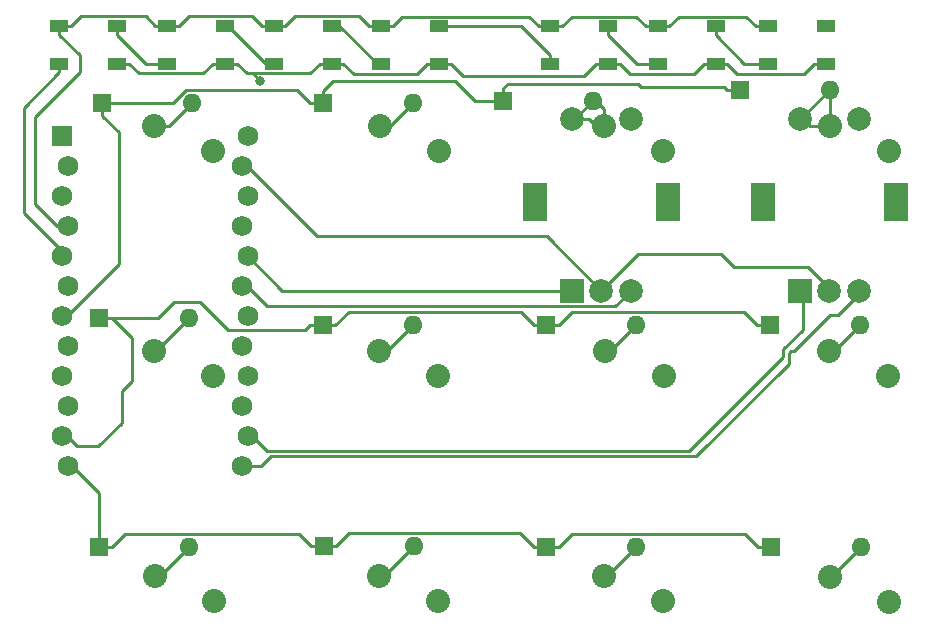
<source format=gbr>
G04 #@! TF.GenerationSoftware,KiCad,Pcbnew,(5.0.2)-1*
G04 #@! TF.CreationDate,2019-03-06T02:08:12-05:00*
G04 #@! TF.ProjectId,4x5macro,3478356d-6163-4726-9f2e-6b696361645f,rev?*
G04 #@! TF.SameCoordinates,Original*
G04 #@! TF.FileFunction,Copper,L1,Top*
G04 #@! TF.FilePolarity,Positive*
%FSLAX46Y46*%
G04 Gerber Fmt 4.6, Leading zero omitted, Abs format (unit mm)*
G04 Created by KiCad (PCBNEW (5.0.2)-1) date 3/6/2019 2:08:12 AM*
%MOMM*%
%LPD*%
G01*
G04 APERTURE LIST*
G04 #@! TA.AperFunction,ComponentPad*
%ADD10C,2.032000*%
G04 #@! TD*
G04 #@! TA.AperFunction,ComponentPad*
%ADD11R,2.000000X2.000000*%
G04 #@! TD*
G04 #@! TA.AperFunction,ComponentPad*
%ADD12C,2.000000*%
G04 #@! TD*
G04 #@! TA.AperFunction,ComponentPad*
%ADD13R,2.000000X3.200000*%
G04 #@! TD*
G04 #@! TA.AperFunction,SMDPad,CuDef*
%ADD14R,1.500000X1.000000*%
G04 #@! TD*
G04 #@! TA.AperFunction,ComponentPad*
%ADD15C,1.752600*%
G04 #@! TD*
G04 #@! TA.AperFunction,ComponentPad*
%ADD16R,1.752600X1.752600*%
G04 #@! TD*
G04 #@! TA.AperFunction,ComponentPad*
%ADD17R,1.600000X1.600000*%
G04 #@! TD*
G04 #@! TA.AperFunction,ComponentPad*
%ADD18O,1.600000X1.600000*%
G04 #@! TD*
G04 #@! TA.AperFunction,ViaPad*
%ADD19C,0.800000*%
G04 #@! TD*
G04 #@! TA.AperFunction,Conductor*
%ADD20C,0.250000*%
G04 #@! TD*
G04 APERTURE END LIST*
D10*
G04 #@! TO.P,SW7,1*
G04 #@! TO.N,Net-(D6-Pad2)*
X58610500Y-66109000D03*
G04 #@! TO.P,SW7,2*
G04 #@! TO.N,Net-(SW5-Pad2)*
X63610500Y-68209000D03*
G04 #@! TD*
D11*
G04 #@! TO.P,SW1,A*
G04 #@! TO.N,Net-(SW1-PadA)*
X74930000Y-41910000D03*
D12*
G04 #@! TO.P,SW1,C*
G04 #@! TO.N,Net-(SW1-PadC)*
X77430000Y-41910000D03*
G04 #@! TO.P,SW1,B*
G04 #@! TO.N,Net-(SW1-PadB)*
X79930000Y-41910000D03*
D13*
G04 #@! TO.P,SW1,MP*
G04 #@! TO.N,N/C*
X71830000Y-34410000D03*
X83030000Y-34410000D03*
D12*
G04 #@! TO.P,SW1,S2*
G04 #@! TO.N,Net-(D7-Pad2)*
X74930000Y-27410000D03*
G04 #@! TO.P,SW1,S1*
G04 #@! TO.N,Net-(SW1-PadS1)*
X79930000Y-27410000D03*
G04 #@! TD*
D14*
G04 #@! TO.P,D14,1*
G04 #@! TO.N,Net-(D13-Pad1)*
X45566500Y-22682000D03*
G04 #@! TO.P,D14,2*
G04 #@! TO.N,Net-(D14-Pad2)*
X45566500Y-19482000D03*
G04 #@! TO.P,D14,4*
G04 #@! TO.N,Net-(D13-Pad2)*
X40666500Y-22682000D03*
G04 #@! TO.P,D14,3*
G04 #@! TO.N,Net-(D13-Pad3)*
X40666500Y-19482000D03*
G04 #@! TD*
D10*
G04 #@! TO.P,SW9,1*
G04 #@! TO.N,Net-(D8-Pad2)*
X77724000Y-47059000D03*
G04 #@! TO.P,SW9,2*
G04 #@! TO.N,Net-(SW1-PadS1)*
X82724000Y-49159000D03*
G04 #@! TD*
D11*
G04 #@! TO.P,SW14,A*
G04 #@! TO.N,Net-(SW14-PadA)*
X94234000Y-41910000D03*
D12*
G04 #@! TO.P,SW14,C*
G04 #@! TO.N,Net-(SW1-PadC)*
X96734000Y-41910000D03*
G04 #@! TO.P,SW14,B*
G04 #@! TO.N,Net-(SW14-PadB)*
X99234000Y-41910000D03*
D13*
G04 #@! TO.P,SW14,MP*
G04 #@! TO.N,N/C*
X91134000Y-34410000D03*
X102334000Y-34410000D03*
D12*
G04 #@! TO.P,SW14,S2*
G04 #@! TO.N,Net-(D10-Pad2)*
X94234000Y-27410000D03*
G04 #@! TO.P,SW14,S1*
G04 #@! TO.N,Net-(SW11-Pad2)*
X99234000Y-27410000D03*
G04 #@! TD*
D15*
G04 #@! TO.P,U1,24*
G04 #@! TO.N,Net-(U1-Pad24)*
X47472600Y-28829000D03*
G04 #@! TO.P,U1,12*
G04 #@! TO.N,Net-(D12-Pad1)*
X32232600Y-56769000D03*
G04 #@! TO.P,U1,23*
G04 #@! TO.N,Net-(SW1-PadC)*
X47015400Y-31369000D03*
G04 #@! TO.P,U1,22*
G04 #@! TO.N,Net-(U1-Pad22)*
X47472600Y-33909000D03*
G04 #@! TO.P,U1,21*
G04 #@! TO.N,Net-(D13-Pad1)*
X47015400Y-36449000D03*
G04 #@! TO.P,U1,20*
G04 #@! TO.N,Net-(SW1-PadA)*
X47472600Y-38989000D03*
G04 #@! TO.P,U1,19*
G04 #@! TO.N,Net-(SW1-PadB)*
X47015400Y-41529000D03*
G04 #@! TO.P,U1,18*
G04 #@! TO.N,Net-(SW11-Pad2)*
X47472600Y-44069000D03*
G04 #@! TO.P,U1,17*
G04 #@! TO.N,Net-(SW1-PadS1)*
X47015400Y-46609000D03*
G04 #@! TO.P,U1,16*
G04 #@! TO.N,Net-(SW5-Pad2)*
X47472600Y-49149000D03*
G04 #@! TO.P,U1,15*
G04 #@! TO.N,Net-(SW2-Pad2)*
X47015400Y-51689000D03*
G04 #@! TO.P,U1,14*
G04 #@! TO.N,Net-(SW14-PadA)*
X47472600Y-54229000D03*
G04 #@! TO.P,U1,13*
G04 #@! TO.N,Net-(SW14-PadB)*
X47015400Y-56769000D03*
G04 #@! TO.P,U1,11*
G04 #@! TO.N,Net-(D11-Pad1)*
X31775400Y-54229000D03*
G04 #@! TO.P,U1,10*
G04 #@! TO.N,Net-(U1-Pad10)*
X32232600Y-51689000D03*
G04 #@! TO.P,U1,9*
G04 #@! TO.N,Net-(U1-Pad9)*
X31775400Y-49149000D03*
G04 #@! TO.P,U1,8*
G04 #@! TO.N,Net-(U1-Pad8)*
X32232600Y-46609000D03*
G04 #@! TO.P,U1,7*
G04 #@! TO.N,Net-(D1-Pad1)*
X31775400Y-44069000D03*
G04 #@! TO.P,U1,6*
G04 #@! TO.N,Net-(U1-Pad6)*
X32232600Y-41529000D03*
G04 #@! TO.P,U1,5*
G04 #@! TO.N,Net-(D13-Pad4)*
X31775400Y-38989000D03*
G04 #@! TO.P,U1,4*
G04 #@! TO.N,Net-(D13-Pad3)*
X32232600Y-36449000D03*
G04 #@! TO.P,U1,3*
G04 #@! TO.N,Net-(U1-Pad3)*
X31775400Y-33909000D03*
G04 #@! TO.P,U1,2*
G04 #@! TO.N,Net-(U1-Pad2)*
X32232600Y-31369000D03*
D16*
G04 #@! TO.P,U1,1*
G04 #@! TO.N,Net-(U1-Pad1)*
X31775400Y-28829000D03*
G04 #@! TD*
D10*
G04 #@! TO.P,SW4,1*
G04 #@! TO.N,Net-(D3-Pad2)*
X39624000Y-66109000D03*
G04 #@! TO.P,SW4,2*
G04 #@! TO.N,Net-(SW2-Pad2)*
X44624000Y-68209000D03*
G04 #@! TD*
G04 #@! TO.P,SW6,1*
G04 #@! TO.N,Net-(D5-Pad2)*
X58610500Y-47059000D03*
G04 #@! TO.P,SW6,2*
G04 #@! TO.N,Net-(SW5-Pad2)*
X63610500Y-49159000D03*
G04 #@! TD*
D17*
G04 #@! TO.P,D11,1*
G04 #@! TO.N,Net-(D11-Pad1)*
X91694000Y-44831000D03*
D18*
G04 #@! TO.P,D11,2*
G04 #@! TO.N,Net-(D11-Pad2)*
X99314000Y-44831000D03*
G04 #@! TD*
D10*
G04 #@! TO.P,SW11,1*
G04 #@! TO.N,Net-(D10-Pad2)*
X96774000Y-28009000D03*
G04 #@! TO.P,SW11,2*
G04 #@! TO.N,Net-(SW11-Pad2)*
X101774000Y-30109000D03*
G04 #@! TD*
G04 #@! TO.P,SW3,1*
G04 #@! TO.N,Net-(D2-Pad2)*
X39560500Y-47059000D03*
G04 #@! TO.P,SW3,2*
G04 #@! TO.N,Net-(SW2-Pad2)*
X44560500Y-49159000D03*
G04 #@! TD*
G04 #@! TO.P,SW2,1*
G04 #@! TO.N,Net-(D1-Pad2)*
X39560500Y-28009000D03*
G04 #@! TO.P,SW2,2*
G04 #@! TO.N,Net-(SW2-Pad2)*
X44560500Y-30109000D03*
G04 #@! TD*
G04 #@! TO.P,SW5,1*
G04 #@! TO.N,Net-(D4-Pad2)*
X58674000Y-28009000D03*
G04 #@! TO.P,SW5,2*
G04 #@! TO.N,Net-(SW5-Pad2)*
X63674000Y-30109000D03*
G04 #@! TD*
G04 #@! TO.P,SW8,1*
G04 #@! TO.N,Net-(D7-Pad2)*
X77660500Y-28009000D03*
G04 #@! TO.P,SW8,2*
G04 #@! TO.N,Net-(SW1-PadS1)*
X82660500Y-30109000D03*
G04 #@! TD*
G04 #@! TO.P,SW10,1*
G04 #@! TO.N,Net-(D9-Pad2)*
X77660500Y-66109000D03*
G04 #@! TO.P,SW10,2*
G04 #@! TO.N,Net-(SW1-PadS1)*
X82660500Y-68209000D03*
G04 #@! TD*
G04 #@! TO.P,SW12,1*
G04 #@! TO.N,Net-(D11-Pad2)*
X96710500Y-47059000D03*
G04 #@! TO.P,SW12,2*
G04 #@! TO.N,Net-(SW11-Pad2)*
X101710500Y-49159000D03*
G04 #@! TD*
G04 #@! TO.P,SW13,1*
G04 #@! TO.N,Net-(D12-Pad2)*
X96774000Y-66172500D03*
G04 #@! TO.P,SW13,2*
G04 #@! TO.N,Net-(SW11-Pad2)*
X101774000Y-68272500D03*
G04 #@! TD*
D17*
G04 #@! TO.P,D1,1*
G04 #@! TO.N,Net-(D1-Pad1)*
X35179000Y-26035000D03*
D18*
G04 #@! TO.P,D1,2*
G04 #@! TO.N,Net-(D1-Pad2)*
X42799000Y-26035000D03*
G04 #@! TD*
G04 #@! TO.P,D2,2*
G04 #@! TO.N,Net-(D2-Pad2)*
X42545000Y-44259500D03*
D17*
G04 #@! TO.P,D2,1*
G04 #@! TO.N,Net-(D11-Pad1)*
X34925000Y-44259500D03*
G04 #@! TD*
D18*
G04 #@! TO.P,D3,2*
G04 #@! TO.N,Net-(D3-Pad2)*
X42545000Y-63627000D03*
D17*
G04 #@! TO.P,D3,1*
G04 #@! TO.N,Net-(D12-Pad1)*
X34925000Y-63627000D03*
G04 #@! TD*
G04 #@! TO.P,D4,1*
G04 #@! TO.N,Net-(D1-Pad1)*
X53848000Y-26035000D03*
D18*
G04 #@! TO.P,D4,2*
G04 #@! TO.N,Net-(D4-Pad2)*
X61468000Y-26035000D03*
G04 #@! TD*
D17*
G04 #@! TO.P,D5,1*
G04 #@! TO.N,Net-(D11-Pad1)*
X53848000Y-44831000D03*
D18*
G04 #@! TO.P,D5,2*
G04 #@! TO.N,Net-(D5-Pad2)*
X61468000Y-44831000D03*
G04 #@! TD*
D17*
G04 #@! TO.P,D6,1*
G04 #@! TO.N,Net-(D12-Pad1)*
X53911500Y-63563500D03*
D18*
G04 #@! TO.P,D6,2*
G04 #@! TO.N,Net-(D6-Pad2)*
X61531500Y-63563500D03*
G04 #@! TD*
D17*
G04 #@! TO.P,D7,1*
G04 #@! TO.N,Net-(D1-Pad1)*
X69088000Y-25844500D03*
D18*
G04 #@! TO.P,D7,2*
G04 #@! TO.N,Net-(D7-Pad2)*
X76708000Y-25844500D03*
G04 #@! TD*
G04 #@! TO.P,D8,2*
G04 #@! TO.N,Net-(D8-Pad2)*
X80391000Y-44831000D03*
D17*
G04 #@! TO.P,D8,1*
G04 #@! TO.N,Net-(D11-Pad1)*
X72771000Y-44831000D03*
G04 #@! TD*
D18*
G04 #@! TO.P,D9,2*
G04 #@! TO.N,Net-(D9-Pad2)*
X80391000Y-63627000D03*
D17*
G04 #@! TO.P,D9,1*
G04 #@! TO.N,Net-(D12-Pad1)*
X72771000Y-63627000D03*
G04 #@! TD*
D18*
G04 #@! TO.P,D10,2*
G04 #@! TO.N,Net-(D10-Pad2)*
X96774000Y-24892000D03*
D17*
G04 #@! TO.P,D10,1*
G04 #@! TO.N,Net-(D1-Pad1)*
X89154000Y-24892000D03*
G04 #@! TD*
D18*
G04 #@! TO.P,D12,2*
G04 #@! TO.N,Net-(D12-Pad2)*
X99377500Y-63627000D03*
D17*
G04 #@! TO.P,D12,1*
G04 #@! TO.N,Net-(D12-Pad1)*
X91757500Y-63627000D03*
G04 #@! TD*
D14*
G04 #@! TO.P,D13,3*
G04 #@! TO.N,Net-(D13-Pad3)*
X31522500Y-19482000D03*
G04 #@! TO.P,D13,4*
G04 #@! TO.N,Net-(D13-Pad4)*
X31522500Y-22682000D03*
G04 #@! TO.P,D13,2*
G04 #@! TO.N,Net-(D13-Pad2)*
X36422500Y-19482000D03*
G04 #@! TO.P,D13,1*
G04 #@! TO.N,Net-(D13-Pad1)*
X36422500Y-22682000D03*
G04 #@! TD*
G04 #@! TO.P,D15,3*
G04 #@! TO.N,Net-(D13-Pad3)*
X49683500Y-19482000D03*
G04 #@! TO.P,D15,4*
G04 #@! TO.N,Net-(D14-Pad2)*
X49683500Y-22682000D03*
G04 #@! TO.P,D15,2*
G04 #@! TO.N,Net-(D15-Pad2)*
X54583500Y-19482000D03*
G04 #@! TO.P,D15,1*
G04 #@! TO.N,Net-(D13-Pad1)*
X54583500Y-22682000D03*
G04 #@! TD*
G04 #@! TO.P,D16,1*
G04 #@! TO.N,Net-(D13-Pad1)*
X63664000Y-22745500D03*
G04 #@! TO.P,D16,2*
G04 #@! TO.N,Net-(D16-Pad2)*
X63664000Y-19545500D03*
G04 #@! TO.P,D16,4*
G04 #@! TO.N,Net-(D15-Pad2)*
X58764000Y-22745500D03*
G04 #@! TO.P,D16,3*
G04 #@! TO.N,Net-(D13-Pad3)*
X58764000Y-19545500D03*
G04 #@! TD*
G04 #@! TO.P,D17,3*
G04 #@! TO.N,Net-(D13-Pad3)*
X73115000Y-19545500D03*
G04 #@! TO.P,D17,4*
G04 #@! TO.N,Net-(D16-Pad2)*
X73115000Y-22745500D03*
G04 #@! TO.P,D17,2*
G04 #@! TO.N,Net-(D17-Pad2)*
X78015000Y-19545500D03*
G04 #@! TO.P,D17,1*
G04 #@! TO.N,Net-(D13-Pad1)*
X78015000Y-22745500D03*
G04 #@! TD*
G04 #@! TO.P,D18,1*
G04 #@! TO.N,Net-(D13-Pad1)*
X87095500Y-22745500D03*
G04 #@! TO.P,D18,2*
G04 #@! TO.N,Net-(D18-Pad2)*
X87095500Y-19545500D03*
G04 #@! TO.P,D18,4*
G04 #@! TO.N,Net-(D17-Pad2)*
X82195500Y-22745500D03*
G04 #@! TO.P,D18,3*
G04 #@! TO.N,Net-(D13-Pad3)*
X82195500Y-19545500D03*
G04 #@! TD*
G04 #@! TO.P,D19,3*
G04 #@! TO.N,Net-(D13-Pad3)*
X91530000Y-19545500D03*
G04 #@! TO.P,D19,4*
G04 #@! TO.N,Net-(D18-Pad2)*
X91530000Y-22745500D03*
G04 #@! TO.P,D19,2*
G04 #@! TO.N,Net-(D19-Pad2)*
X96430000Y-19545500D03*
G04 #@! TO.P,D19,1*
G04 #@! TO.N,Net-(D13-Pad1)*
X96430000Y-22745500D03*
G04 #@! TD*
D19*
G04 #@! TO.N,Net-(D13-Pad1)*
X48514000Y-24130000D03*
G04 #@! TD*
D20*
G04 #@! TO.N,Net-(D1-Pad1)*
X52798000Y-26035000D02*
X53848000Y-26035000D01*
X51672999Y-24909999D02*
X52798000Y-26035000D01*
X42258999Y-24909999D02*
X51672999Y-24909999D01*
X41133998Y-26035000D02*
X42258999Y-24909999D01*
X35179000Y-26035000D02*
X41133998Y-26035000D01*
X35179000Y-27085000D02*
X35179000Y-26035000D01*
X36576000Y-28482000D02*
X35179000Y-27085000D01*
X36576000Y-39649400D02*
X36576000Y-28482000D01*
X32156400Y-44069000D02*
X36576000Y-39649400D01*
X88104000Y-24892000D02*
X89154000Y-24892000D01*
X87850000Y-24638000D02*
X88104000Y-24892000D01*
X69088000Y-24794500D02*
X69498500Y-24384000D01*
X69088000Y-25844500D02*
X69088000Y-24794500D01*
X80518000Y-24384000D02*
X80772000Y-24638000D01*
X69498500Y-24384000D02*
X80518000Y-24384000D01*
X80772000Y-24638000D02*
X87850000Y-24638000D01*
X53848000Y-24985000D02*
X54703000Y-24130000D01*
X53848000Y-26035000D02*
X53848000Y-24985000D01*
X54703000Y-24130000D02*
X65024000Y-24130000D01*
X66738500Y-25844500D02*
X69088000Y-25844500D01*
X65024000Y-24130000D02*
X66738500Y-25844500D01*
G04 #@! TO.N,Net-(D1-Pad2)*
X40825000Y-28009000D02*
X39560500Y-28009000D01*
X42799000Y-26035000D02*
X40825000Y-28009000D01*
G04 #@! TO.N,Net-(D2-Pad2)*
X39745500Y-47059000D02*
X39560500Y-47059000D01*
X42545000Y-44259500D02*
X39745500Y-47059000D01*
G04 #@! TO.N,Net-(D11-Pad1)*
X71721000Y-44831000D02*
X72771000Y-44831000D01*
X70595999Y-43705999D02*
X71721000Y-44831000D01*
X56023001Y-43705999D02*
X70595999Y-43705999D01*
X54898000Y-44831000D02*
X56023001Y-43705999D01*
X53848000Y-44831000D02*
X54898000Y-44831000D01*
X90644000Y-44831000D02*
X91694000Y-44831000D01*
X89518999Y-43705999D02*
X90644000Y-44831000D01*
X74946001Y-43705999D02*
X89518999Y-43705999D01*
X73821000Y-44831000D02*
X74946001Y-43705999D01*
X72771000Y-44831000D02*
X73821000Y-44831000D01*
X45836602Y-45270301D02*
X43434000Y-42867699D01*
X52358699Y-45270301D02*
X45836602Y-45270301D01*
X52798000Y-44831000D02*
X52358699Y-45270301D01*
X53848000Y-44831000D02*
X52798000Y-44831000D01*
X39883199Y-44259500D02*
X34925000Y-44259500D01*
X41275000Y-42867699D02*
X39883199Y-44259500D01*
X41275000Y-42867699D02*
X43434000Y-42867699D01*
X33032699Y-55105299D02*
X32156400Y-54229000D01*
X34782203Y-55105299D02*
X33032699Y-55105299D01*
X35975000Y-44259500D02*
X37663001Y-45947501D01*
X34925000Y-44259500D02*
X35975000Y-44259500D01*
X36801502Y-50391499D02*
X37663001Y-49530000D01*
X36801502Y-53086000D02*
X36801502Y-50391499D01*
X37663001Y-45947501D02*
X37663001Y-49530000D01*
X36801502Y-53086000D02*
X34782203Y-55105299D01*
G04 #@! TO.N,Net-(D3-Pad2)*
X40063000Y-66109000D02*
X39624000Y-66109000D01*
X42545000Y-63627000D02*
X40063000Y-66109000D01*
G04 #@! TO.N,Net-(D12-Pad1)*
X71721000Y-63627000D02*
X72771000Y-63627000D01*
X70532499Y-62438499D02*
X71721000Y-63627000D01*
X56086501Y-62438499D02*
X70532499Y-62438499D01*
X54961500Y-63563500D02*
X56086501Y-62438499D01*
X53911500Y-63563500D02*
X54961500Y-63563500D01*
X90707500Y-63627000D02*
X91757500Y-63627000D01*
X89582499Y-62501999D02*
X90707500Y-63627000D01*
X74946001Y-62501999D02*
X89582499Y-62501999D01*
X73821000Y-63627000D02*
X74946001Y-62501999D01*
X72771000Y-63627000D02*
X73821000Y-63627000D01*
X37100001Y-62501999D02*
X51799999Y-62501999D01*
X35975000Y-63627000D02*
X37100001Y-62501999D01*
X34925000Y-63627000D02*
X35975000Y-63627000D01*
X52861500Y-63563500D02*
X53911500Y-63563500D01*
X51799999Y-62501999D02*
X52861500Y-63563500D01*
X34925000Y-59080400D02*
X34925000Y-63627000D01*
X32613600Y-56769000D02*
X34925000Y-59080400D01*
G04 #@! TO.N,Net-(D4-Pad2)*
X59494000Y-28009000D02*
X58674000Y-28009000D01*
X61468000Y-26035000D02*
X59494000Y-28009000D01*
G04 #@! TO.N,Net-(D5-Pad2)*
X59240000Y-47059000D02*
X58610500Y-47059000D01*
X61468000Y-44831000D02*
X59240000Y-47059000D01*
G04 #@! TO.N,Net-(D6-Pad2)*
X61468000Y-63627000D02*
X61531500Y-63563500D01*
X58986000Y-66109000D02*
X58610500Y-66109000D01*
X61531500Y-63563500D02*
X58986000Y-66109000D01*
G04 #@! TO.N,Net-(D7-Pad2)*
X76708000Y-25844500D02*
X76495500Y-25844500D01*
X76943213Y-28009000D02*
X77660500Y-28009000D01*
X76344213Y-27410000D02*
X76943213Y-28009000D01*
X74930000Y-27410000D02*
X76344213Y-27410000D01*
X76932840Y-25844500D02*
X76708000Y-25844500D01*
X77660500Y-26572160D02*
X76932840Y-25844500D01*
X77660500Y-28009000D02*
X77660500Y-26572160D01*
X75142500Y-27410000D02*
X76708000Y-25844500D01*
X74930000Y-27410000D02*
X75142500Y-27410000D01*
G04 #@! TO.N,Net-(D8-Pad2)*
X78163000Y-47059000D02*
X77724000Y-47059000D01*
X80391000Y-44831000D02*
X78163000Y-47059000D01*
G04 #@! TO.N,Net-(D9-Pad2)*
X77909000Y-66109000D02*
X77660500Y-66109000D01*
X80391000Y-63627000D02*
X77909000Y-66109000D01*
G04 #@! TO.N,Net-(D10-Pad2)*
X95087000Y-28009000D02*
X94488000Y-27410000D01*
X96774000Y-28009000D02*
X95087000Y-28009000D01*
X96774000Y-26572160D02*
X96774000Y-24892000D01*
X96774000Y-28009000D02*
X96774000Y-26572160D01*
X96752000Y-24892000D02*
X96774000Y-24892000D01*
X94234000Y-27410000D02*
X96752000Y-24892000D01*
G04 #@! TO.N,Net-(D11-Pad2)*
X97086000Y-47059000D02*
X96710500Y-47059000D01*
X99314000Y-44831000D02*
X97086000Y-47059000D01*
G04 #@! TO.N,Net-(D12-Pad2)*
X99314000Y-63690500D02*
X99377500Y-63627000D01*
X96832000Y-66172500D02*
X96774000Y-66172500D01*
X99377500Y-63627000D02*
X96832000Y-66172500D01*
G04 #@! TO.N,Net-(SW1-PadB)*
X48272699Y-42405299D02*
X47396400Y-41529000D01*
X49102401Y-43235001D02*
X48272699Y-42405299D01*
X78604999Y-43235001D02*
X49102401Y-43235001D01*
X79930000Y-41910000D02*
X78604999Y-43235001D01*
G04 #@! TO.N,Net-(SW1-PadC)*
X48272699Y-32245299D02*
X47396400Y-31369000D01*
X53316099Y-37288699D02*
X48272699Y-32245299D01*
X72808699Y-37288699D02*
X53316099Y-37288699D01*
X77430000Y-41910000D02*
X72808699Y-37288699D01*
X94956000Y-39878000D02*
X96988000Y-41910000D01*
X88646000Y-39878000D02*
X94956000Y-39878000D01*
X87590000Y-38822000D02*
X88646000Y-39878000D01*
X77430000Y-41910000D02*
X80518000Y-38822000D01*
X80518000Y-38822000D02*
X87590000Y-38822000D01*
G04 #@! TO.N,Net-(SW1-PadA)*
X47472600Y-38989000D02*
X50393600Y-41910000D01*
X50393600Y-41910000D02*
X74930000Y-41910000D01*
G04 #@! TO.N,Net-(SW14-PadA)*
X92819001Y-47515999D02*
X84866599Y-55468401D01*
X49093001Y-55468401D02*
X47853600Y-54229000D01*
X53213000Y-55468401D02*
X49093001Y-55468401D01*
X53213000Y-55468401D02*
X52356901Y-55468401D01*
X84866599Y-55468401D02*
X53213000Y-55468401D01*
X92819001Y-47515999D02*
X92819001Y-46880999D01*
X94488000Y-45212000D02*
X94488000Y-41910000D01*
X92819001Y-46880999D02*
X94488000Y-45212000D01*
G04 #@! TO.N,Net-(SW14-PadB)*
X48635675Y-56769000D02*
X47396400Y-56769000D01*
X49486264Y-55918411D02*
X48635675Y-56769000D01*
X93281500Y-48119358D02*
X85482447Y-55918411D01*
X85482447Y-55918411D02*
X49486264Y-55918411D01*
X93281500Y-48119358D02*
X93281500Y-47180500D01*
X93472000Y-46990000D02*
X93726000Y-46990000D01*
X93281500Y-47180500D02*
X93472000Y-46990000D01*
X93726000Y-46990000D02*
X96774000Y-43942000D01*
X97456000Y-43942000D02*
X99488000Y-41910000D01*
X96774000Y-43942000D02*
X97456000Y-43942000D01*
G04 #@! TO.N,Net-(D13-Pad3)*
X39666500Y-19482000D02*
X40666500Y-19482000D01*
X38841499Y-18656999D02*
X39666500Y-19482000D01*
X33347501Y-18656999D02*
X38841499Y-18656999D01*
X32522500Y-19482000D02*
X33347501Y-18656999D01*
X31522500Y-19482000D02*
X32522500Y-19482000D01*
X48683500Y-19482000D02*
X49683500Y-19482000D01*
X47858499Y-18656999D02*
X48683500Y-19482000D01*
X42491501Y-18656999D02*
X47858499Y-18656999D01*
X40666500Y-19482000D02*
X41666500Y-19482000D01*
X57764000Y-19545500D02*
X58764000Y-19545500D01*
X56875499Y-18656999D02*
X57764000Y-19545500D01*
X51508501Y-18656999D02*
X56875499Y-18656999D01*
X50683500Y-19482000D02*
X51508501Y-18656999D01*
X49683500Y-19482000D02*
X50683500Y-19482000D01*
X72115000Y-19545500D02*
X73115000Y-19545500D01*
X71289999Y-18720499D02*
X72115000Y-19545500D01*
X60589001Y-18720499D02*
X71289999Y-18720499D01*
X59764000Y-19545500D02*
X60589001Y-18720499D01*
X58764000Y-19545500D02*
X59764000Y-19545500D01*
X81195500Y-19545500D02*
X82195500Y-19545500D01*
X80370499Y-18720499D02*
X81195500Y-19545500D01*
X74940001Y-18720499D02*
X80370499Y-18720499D01*
X74115000Y-19545500D02*
X74940001Y-18720499D01*
X73115000Y-19545500D02*
X74115000Y-19545500D01*
X90530000Y-19545500D02*
X91530000Y-19545500D01*
X89704999Y-18720499D02*
X90530000Y-19545500D01*
X84020501Y-18720499D02*
X89704999Y-18720499D01*
X83195500Y-19545500D02*
X84020501Y-18720499D01*
X82195500Y-19545500D02*
X83195500Y-19545500D01*
X42352500Y-18796000D02*
X42491501Y-18656999D01*
X41666500Y-19482000D02*
X42352500Y-18796000D01*
X31374325Y-36449000D02*
X29464000Y-34538675D01*
X32613600Y-36449000D02*
X31374325Y-36449000D01*
X29464000Y-34538675D02*
X29464000Y-27178000D01*
X29464000Y-27178000D02*
X33274000Y-23368000D01*
X31522500Y-20232000D02*
X31522500Y-19482000D01*
X33274000Y-21983500D02*
X31522500Y-20232000D01*
X33274000Y-23368000D02*
X33274000Y-21983500D01*
G04 #@! TO.N,Net-(D13-Pad4)*
X31522500Y-23432000D02*
X28511500Y-26443000D01*
X31522500Y-22682000D02*
X31522500Y-23432000D01*
X28511500Y-35344100D02*
X32156400Y-38989000D01*
X28511500Y-26443000D02*
X28511500Y-35344100D01*
G04 #@! TO.N,Net-(D13-Pad2)*
X39666500Y-22682000D02*
X40666500Y-22682000D01*
X38872500Y-22682000D02*
X39666500Y-22682000D01*
X36422500Y-20232000D02*
X38872500Y-22682000D01*
X36422500Y-19482000D02*
X36422500Y-20232000D01*
G04 #@! TO.N,Net-(D13-Pad1)*
X88095500Y-22745500D02*
X87095500Y-22745500D01*
X88920501Y-23570501D02*
X88095500Y-22745500D01*
X94604999Y-23570501D02*
X88920501Y-23570501D01*
X95430000Y-22745500D02*
X94604999Y-23570501D01*
X96430000Y-22745500D02*
X95430000Y-22745500D01*
X79015000Y-22745500D02*
X78015000Y-22745500D01*
X79840001Y-23570501D02*
X79015000Y-22745500D01*
X85270499Y-23570501D02*
X79840001Y-23570501D01*
X86095500Y-22745500D02*
X85270499Y-23570501D01*
X87095500Y-22745500D02*
X86095500Y-22745500D01*
X64664000Y-22745500D02*
X63664000Y-22745500D01*
X65695501Y-23777001D02*
X64664000Y-22745500D01*
X75983499Y-23777001D02*
X65695501Y-23777001D01*
X77015000Y-22745500D02*
X75983499Y-23777001D01*
X78015000Y-22745500D02*
X77015000Y-22745500D01*
X55583500Y-22682000D02*
X54583500Y-22682000D01*
X56472001Y-23570501D02*
X55583500Y-22682000D01*
X61838999Y-23570501D02*
X56472001Y-23570501D01*
X62664000Y-22745500D02*
X61838999Y-23570501D01*
X63664000Y-22745500D02*
X62664000Y-22745500D01*
X46566500Y-22682000D02*
X45566500Y-22682000D01*
X47391501Y-23507001D02*
X46566500Y-22682000D01*
X53583500Y-22682000D02*
X52758499Y-23507001D01*
X54583500Y-22682000D02*
X53583500Y-22682000D01*
X37422500Y-22682000D02*
X36422500Y-22682000D01*
X38247501Y-23507001D02*
X37422500Y-22682000D01*
X43741499Y-23507001D02*
X38247501Y-23507001D01*
X44566500Y-22682000D02*
X43741499Y-23507001D01*
X45566500Y-22682000D02*
X44566500Y-22682000D01*
X47752000Y-23507001D02*
X47891001Y-23507001D01*
X47752000Y-23507001D02*
X47391501Y-23507001D01*
X52758499Y-23507001D02*
X47752000Y-23507001D01*
X47891001Y-23507001D02*
X48514000Y-24130000D01*
X48514000Y-24130000D02*
X48514000Y-24130000D01*
G04 #@! TO.N,Net-(D14-Pad2)*
X49016500Y-22682000D02*
X49683500Y-22682000D01*
X45816500Y-19482000D02*
X49016500Y-22682000D01*
X45566500Y-19482000D02*
X45816500Y-19482000D01*
G04 #@! TO.N,Net-(D15-Pad2)*
X58514000Y-22745500D02*
X58764000Y-22745500D01*
X55250500Y-19482000D02*
X58514000Y-22745500D01*
X54583500Y-19482000D02*
X55250500Y-19482000D01*
G04 #@! TO.N,Net-(D16-Pad2)*
X73115000Y-21995500D02*
X73115000Y-22745500D01*
X70665000Y-19545500D02*
X73115000Y-21995500D01*
X63664000Y-19545500D02*
X70665000Y-19545500D01*
G04 #@! TO.N,Net-(D17-Pad2)*
X81195500Y-22745500D02*
X82195500Y-22745500D01*
X80465000Y-22745500D02*
X81195500Y-22745500D01*
X78015000Y-20295500D02*
X80465000Y-22745500D01*
X78015000Y-19545500D02*
X78015000Y-20295500D01*
G04 #@! TO.N,Net-(D18-Pad2)*
X90530000Y-22745500D02*
X91530000Y-22745500D01*
X89545500Y-22745500D02*
X90530000Y-22745500D01*
X87095500Y-20295500D02*
X89545500Y-22745500D01*
X87095500Y-19545500D02*
X87095500Y-20295500D01*
G04 #@! TD*
M02*

</source>
